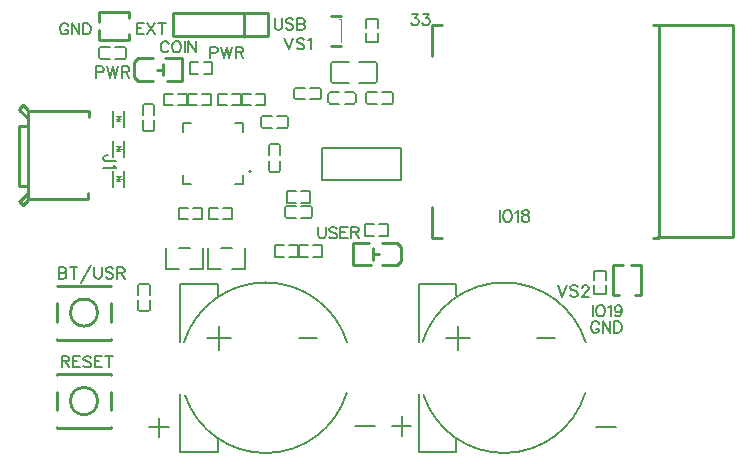
<source format=gto>
G04 Layer: TopSilkscreenLayer*
G04 EasyEDA v6.5.22, 2023-04-13 23:23:34*
G04 8da0a1a92f474effb9e69289645bcd93,716f0268f4a04d1f8e2d1e8369cd39e0,10*
G04 Gerber Generator version 0.2*
G04 Scale: 100 percent, Rotated: No, Reflected: No *
G04 Dimensions in inches *
G04 leading zeros omitted , absolute positions ,3 integer and 6 decimal *
%FSLAX36Y36*%
%MOIN*%

%ADD10C,0.0060*%
%ADD11C,0.0100*%
%ADD12C,0.0051*%
%ADD13C,0.0039*%
%ADD14C,0.0059*%
%ADD15C,0.0154*%

%LPD*%
D10*
X1132299Y1446300D02*
G01*
X1130500Y1449899D01*
X1126800Y1453499D01*
X1123199Y1455399D01*
X1115900Y1455399D01*
X1112299Y1453499D01*
X1108599Y1449899D01*
X1106800Y1446300D01*
X1105000Y1440799D01*
X1105000Y1431700D01*
X1106800Y1426300D01*
X1108599Y1422600D01*
X1112299Y1419000D01*
X1115900Y1417199D01*
X1123199Y1417199D01*
X1126800Y1419000D01*
X1130500Y1422600D01*
X1132299Y1426300D01*
X1132299Y1431700D01*
X1123199Y1431700D02*
G01*
X1132299Y1431700D01*
X1144300Y1455399D02*
G01*
X1144300Y1417199D01*
X1144300Y1455399D02*
G01*
X1169700Y1417199D01*
X1169700Y1455399D02*
G01*
X1169700Y1417199D01*
X1181700Y1455399D02*
G01*
X1181700Y1417199D01*
X1181700Y1455399D02*
G01*
X1194499Y1455399D01*
X1199899Y1453499D01*
X1203500Y1449899D01*
X1205399Y1446300D01*
X1207200Y1440799D01*
X1207200Y1431700D01*
X1205399Y1426300D01*
X1203500Y1422600D01*
X1199899Y1419000D01*
X1194499Y1417199D01*
X1181700Y1417199D01*
X1360000Y1455399D02*
G01*
X1360000Y1417199D01*
X1360000Y1455399D02*
G01*
X1383599Y1455399D01*
X1360000Y1437199D02*
G01*
X1374499Y1437199D01*
X1360000Y1417199D02*
G01*
X1383599Y1417199D01*
X1395600Y1455399D02*
G01*
X1421099Y1417199D01*
X1421099Y1455399D02*
G01*
X1395600Y1417199D01*
X1445799Y1455399D02*
G01*
X1445799Y1417199D01*
X1433100Y1455399D02*
G01*
X1458500Y1455399D01*
X1820000Y1470399D02*
G01*
X1820000Y1443099D01*
X1821800Y1437600D01*
X1825500Y1434000D01*
X1830900Y1432199D01*
X1834499Y1432199D01*
X1840000Y1434000D01*
X1843599Y1437600D01*
X1845500Y1443099D01*
X1845500Y1470399D01*
X1882899Y1464899D02*
G01*
X1879300Y1468499D01*
X1873800Y1470399D01*
X1866499Y1470399D01*
X1861099Y1468499D01*
X1857500Y1464899D01*
X1857500Y1461300D01*
X1859300Y1457600D01*
X1861099Y1455799D01*
X1864700Y1454000D01*
X1875600Y1450399D01*
X1879300Y1448499D01*
X1881099Y1446700D01*
X1882899Y1443099D01*
X1882899Y1437600D01*
X1879300Y1434000D01*
X1873800Y1432199D01*
X1866499Y1432199D01*
X1861099Y1434000D01*
X1857500Y1437600D01*
X1894899Y1470399D02*
G01*
X1894899Y1432199D01*
X1894899Y1470399D02*
G01*
X1911300Y1470399D01*
X1916700Y1468499D01*
X1918500Y1466700D01*
X1920399Y1463099D01*
X1920399Y1459499D01*
X1918500Y1455799D01*
X1916700Y1454000D01*
X1911300Y1452199D01*
X1894899Y1452199D02*
G01*
X1911300Y1452199D01*
X1916700Y1450399D01*
X1918500Y1448499D01*
X1920399Y1444899D01*
X1920399Y1439499D01*
X1918500Y1435799D01*
X1916700Y1434000D01*
X1911300Y1432199D01*
X1894899Y1432199D01*
X1853000Y1405399D02*
G01*
X1867500Y1367199D01*
X1882100Y1405399D02*
G01*
X1867500Y1367199D01*
X1919499Y1399899D02*
G01*
X1915900Y1403499D01*
X1910399Y1405399D01*
X1903100Y1405399D01*
X1897700Y1403499D01*
X1894099Y1399899D01*
X1894099Y1396300D01*
X1895900Y1392600D01*
X1897700Y1390799D01*
X1901300Y1389000D01*
X1912200Y1385399D01*
X1915900Y1383499D01*
X1917700Y1381700D01*
X1919499Y1378099D01*
X1919499Y1372600D01*
X1915900Y1369000D01*
X1910399Y1367199D01*
X1903100Y1367199D01*
X1897700Y1369000D01*
X1894099Y1372600D01*
X1931499Y1398099D02*
G01*
X1935100Y1399899D01*
X1940600Y1405399D01*
X1940600Y1367199D01*
X2278599Y1485399D02*
G01*
X2298599Y1485399D01*
X2287700Y1470799D01*
X2293199Y1470799D01*
X2296800Y1469000D01*
X2298599Y1467199D01*
X2300500Y1461700D01*
X2300500Y1458099D01*
X2298599Y1452600D01*
X2295000Y1449000D01*
X2289499Y1447199D01*
X2284099Y1447199D01*
X2278599Y1449000D01*
X2276800Y1450799D01*
X2275000Y1454499D01*
X2316099Y1485399D02*
G01*
X2336099Y1485399D01*
X2325200Y1470799D01*
X2330600Y1470799D01*
X2334300Y1469000D01*
X2336099Y1467199D01*
X2337899Y1461700D01*
X2337899Y1458099D01*
X2336099Y1452600D01*
X2332500Y1449000D01*
X2326999Y1447199D01*
X2321499Y1447199D01*
X2316099Y1449000D01*
X2314300Y1450799D01*
X2312500Y1454499D01*
X1467299Y1386300D02*
G01*
X1465500Y1389899D01*
X1461800Y1393499D01*
X1458199Y1395399D01*
X1450900Y1395399D01*
X1447299Y1393499D01*
X1443599Y1389899D01*
X1441800Y1386300D01*
X1440000Y1380799D01*
X1440000Y1371700D01*
X1441800Y1366300D01*
X1443599Y1362600D01*
X1447299Y1359000D01*
X1450900Y1357199D01*
X1458199Y1357199D01*
X1461800Y1359000D01*
X1465500Y1362600D01*
X1467299Y1366300D01*
X1490200Y1395399D02*
G01*
X1486499Y1393499D01*
X1482899Y1389899D01*
X1481099Y1386300D01*
X1479300Y1380799D01*
X1479300Y1371700D01*
X1481099Y1366300D01*
X1482899Y1362600D01*
X1486499Y1359000D01*
X1490200Y1357199D01*
X1497500Y1357199D01*
X1501099Y1359000D01*
X1504700Y1362600D01*
X1506499Y1366300D01*
X1508400Y1371700D01*
X1508400Y1380799D01*
X1506499Y1386300D01*
X1504700Y1389899D01*
X1501099Y1393499D01*
X1497500Y1395399D01*
X1490200Y1395399D01*
X1520399Y1395399D02*
G01*
X1520399Y1357199D01*
X1532399Y1395399D02*
G01*
X1532399Y1357199D01*
X1532399Y1395399D02*
G01*
X1557799Y1357199D01*
X1557799Y1395399D02*
G01*
X1557799Y1357199D01*
X1605000Y1375399D02*
G01*
X1605000Y1337199D01*
X1605000Y1375399D02*
G01*
X1621400Y1375399D01*
X1626800Y1373499D01*
X1628599Y1371700D01*
X1630500Y1368099D01*
X1630500Y1362600D01*
X1628599Y1359000D01*
X1626800Y1357199D01*
X1621400Y1355399D01*
X1605000Y1355399D01*
X1642500Y1375399D02*
G01*
X1651499Y1337199D01*
X1660600Y1375399D02*
G01*
X1651499Y1337199D01*
X1660600Y1375399D02*
G01*
X1669700Y1337199D01*
X1678800Y1375399D02*
G01*
X1669700Y1337199D01*
X1690799Y1375399D02*
G01*
X1690799Y1337199D01*
X1690799Y1375399D02*
G01*
X1707200Y1375399D01*
X1712600Y1373499D01*
X1714499Y1371700D01*
X1716300Y1368099D01*
X1716300Y1364499D01*
X1714499Y1360799D01*
X1712600Y1359000D01*
X1707200Y1357199D01*
X1690799Y1357199D01*
X1703500Y1357199D02*
G01*
X1716300Y1337199D01*
X1225000Y1310399D02*
G01*
X1225000Y1272199D01*
X1225000Y1310399D02*
G01*
X1241400Y1310399D01*
X1246800Y1308499D01*
X1248599Y1306700D01*
X1250500Y1303099D01*
X1250500Y1297600D01*
X1248599Y1294000D01*
X1246800Y1292199D01*
X1241400Y1290399D01*
X1225000Y1290399D01*
X1262500Y1310399D02*
G01*
X1271499Y1272199D01*
X1280600Y1310399D02*
G01*
X1271499Y1272199D01*
X1280600Y1310399D02*
G01*
X1289700Y1272199D01*
X1298800Y1310399D02*
G01*
X1289700Y1272199D01*
X1310799Y1310399D02*
G01*
X1310799Y1272199D01*
X1310799Y1310399D02*
G01*
X1327200Y1310399D01*
X1332600Y1308499D01*
X1334499Y1306700D01*
X1336300Y1303099D01*
X1336300Y1299499D01*
X1334499Y1295799D01*
X1332600Y1294000D01*
X1327200Y1292199D01*
X1310799Y1292199D01*
X1323500Y1292199D02*
G01*
X1336300Y1272199D01*
X1965000Y775399D02*
G01*
X1965000Y748099D01*
X1966800Y742600D01*
X1970500Y739000D01*
X1975900Y737199D01*
X1979499Y737199D01*
X1985000Y739000D01*
X1988599Y742600D01*
X1990500Y748099D01*
X1990500Y775399D01*
X2027899Y769899D02*
G01*
X2024300Y773499D01*
X2018800Y775399D01*
X2011499Y775399D01*
X2006099Y773499D01*
X2002500Y769899D01*
X2002500Y766300D01*
X2004300Y762600D01*
X2006099Y760799D01*
X2009700Y759000D01*
X2020600Y755399D01*
X2024300Y753499D01*
X2026099Y751700D01*
X2027899Y748099D01*
X2027899Y742600D01*
X2024300Y739000D01*
X2018800Y737199D01*
X2011499Y737199D01*
X2006099Y739000D01*
X2002500Y742600D01*
X2039899Y775399D02*
G01*
X2039899Y737199D01*
X2039899Y775399D02*
G01*
X2063500Y775399D01*
X2039899Y757199D02*
G01*
X2054499Y757199D01*
X2039899Y737199D02*
G01*
X2063500Y737199D01*
X2075500Y775399D02*
G01*
X2075500Y737199D01*
X2075500Y775399D02*
G01*
X2091899Y775399D01*
X2097399Y773499D01*
X2099200Y771700D01*
X2101000Y768099D01*
X2101000Y764499D01*
X2099200Y760799D01*
X2097399Y759000D01*
X2091899Y757199D01*
X2075500Y757199D01*
X2088299Y757199D02*
G01*
X2101000Y737199D01*
X1100000Y640399D02*
G01*
X1100000Y602199D01*
X1100000Y640399D02*
G01*
X1116400Y640399D01*
X1121800Y638499D01*
X1123599Y636700D01*
X1125500Y633099D01*
X1125500Y629499D01*
X1123599Y625799D01*
X1121800Y624000D01*
X1116400Y622199D01*
X1100000Y622199D02*
G01*
X1116400Y622199D01*
X1121800Y620399D01*
X1123599Y618499D01*
X1125500Y614899D01*
X1125500Y609499D01*
X1123599Y605799D01*
X1121800Y604000D01*
X1116400Y602199D01*
X1100000Y602199D01*
X1150200Y640399D02*
G01*
X1150200Y602199D01*
X1137500Y640399D02*
G01*
X1162899Y640399D01*
X1207600Y647600D02*
G01*
X1174899Y589499D01*
X1219600Y640399D02*
G01*
X1219600Y613099D01*
X1221499Y607600D01*
X1225100Y604000D01*
X1230500Y602199D01*
X1234200Y602199D01*
X1239600Y604000D01*
X1243299Y607600D01*
X1245100Y613099D01*
X1245100Y640399D01*
X1282500Y634899D02*
G01*
X1278900Y638499D01*
X1273500Y640399D01*
X1266199Y640399D01*
X1260699Y638499D01*
X1257100Y634899D01*
X1257100Y631300D01*
X1258900Y627600D01*
X1260699Y625799D01*
X1264399Y624000D01*
X1275299Y620399D01*
X1278900Y618499D01*
X1280699Y616700D01*
X1282500Y613099D01*
X1282500Y607600D01*
X1278900Y604000D01*
X1273500Y602199D01*
X1266199Y602199D01*
X1260699Y604000D01*
X1257100Y607600D01*
X1294499Y640399D02*
G01*
X1294499Y602199D01*
X1294499Y640399D02*
G01*
X1310900Y640399D01*
X1316400Y638499D01*
X1318199Y636700D01*
X1320000Y633099D01*
X1320000Y629499D01*
X1318199Y625799D01*
X1316400Y624000D01*
X1310900Y622199D01*
X1294499Y622199D01*
X1307299Y622199D02*
G01*
X1320000Y602199D01*
X2570000Y830399D02*
G01*
X2570000Y792199D01*
X2592899Y830399D02*
G01*
X2589300Y828499D01*
X2585600Y824899D01*
X2583800Y821300D01*
X2581999Y815799D01*
X2581999Y806700D01*
X2583800Y801300D01*
X2585600Y797600D01*
X2589300Y794000D01*
X2592899Y792199D01*
X2600200Y792199D01*
X2603800Y794000D01*
X2607500Y797600D01*
X2609300Y801300D01*
X2611099Y806700D01*
X2611099Y815799D01*
X2609300Y821300D01*
X2607500Y824899D01*
X2603800Y828499D01*
X2600200Y830399D01*
X2592899Y830399D01*
X2623100Y823099D02*
G01*
X2626700Y824899D01*
X2632200Y830399D01*
X2632200Y792199D01*
X2653299Y830399D02*
G01*
X2647799Y828499D01*
X2646000Y824899D01*
X2646000Y821300D01*
X2647799Y817600D01*
X2651499Y815799D01*
X2658699Y814000D01*
X2664200Y812199D01*
X2667799Y808499D01*
X2669600Y804899D01*
X2669600Y799499D01*
X2667799Y795799D01*
X2666000Y794000D01*
X2660500Y792199D01*
X2653299Y792199D01*
X2647799Y794000D01*
X2646000Y795799D01*
X2644200Y799499D01*
X2644200Y804899D01*
X2646000Y808499D01*
X2649600Y812199D01*
X2655100Y814000D01*
X2662399Y815799D01*
X2666000Y817600D01*
X2667799Y821300D01*
X2667799Y824899D01*
X2666000Y828499D01*
X2660500Y830399D01*
X2653299Y830399D01*
X1110000Y345399D02*
G01*
X1110000Y307199D01*
X1110000Y345399D02*
G01*
X1126400Y345399D01*
X1131800Y343499D01*
X1133599Y341700D01*
X1135500Y338099D01*
X1135500Y334499D01*
X1133599Y330799D01*
X1131800Y329000D01*
X1126400Y327199D01*
X1110000Y327199D01*
X1122700Y327199D02*
G01*
X1135500Y307199D01*
X1147500Y345399D02*
G01*
X1147500Y307199D01*
X1147500Y345399D02*
G01*
X1171099Y345399D01*
X1147500Y327199D02*
G01*
X1161999Y327199D01*
X1147500Y307199D02*
G01*
X1171099Y307199D01*
X1208500Y339899D02*
G01*
X1204899Y343499D01*
X1199499Y345399D01*
X1192200Y345399D01*
X1186700Y343499D01*
X1183100Y339899D01*
X1183100Y336300D01*
X1184899Y332600D01*
X1186700Y330799D01*
X1190399Y329000D01*
X1201300Y325399D01*
X1204899Y323499D01*
X1206700Y321700D01*
X1208500Y318099D01*
X1208500Y312600D01*
X1204899Y309000D01*
X1199499Y307199D01*
X1192200Y307199D01*
X1186700Y309000D01*
X1183100Y312600D01*
X1220500Y345399D02*
G01*
X1220500Y307199D01*
X1220500Y345399D02*
G01*
X1244200Y345399D01*
X1220500Y327199D02*
G01*
X1235100Y327199D01*
X1220500Y307199D02*
G01*
X1244200Y307199D01*
X1268900Y345399D02*
G01*
X1268900Y307199D01*
X1256199Y345399D02*
G01*
X1281599Y345399D01*
X1435659Y139800D02*
G01*
X1435659Y74400D01*
X1402960Y107100D02*
G01*
X1468459Y107100D01*
X2087960Y112100D02*
G01*
X2153459Y112100D01*
X2243620Y144800D02*
G01*
X2243620Y79400D01*
X2210919Y112100D02*
G01*
X2276419Y112100D01*
X2892960Y107100D02*
G01*
X2958459Y107100D01*
X2765000Y580399D02*
G01*
X2779499Y542199D01*
X2794099Y580399D02*
G01*
X2779499Y542199D01*
X2831499Y574899D02*
G01*
X2827899Y578499D01*
X2822500Y580399D01*
X2815200Y580399D01*
X2809700Y578499D01*
X2806099Y574899D01*
X2806099Y571300D01*
X2807899Y567600D01*
X2809700Y565799D01*
X2813400Y564000D01*
X2824300Y560399D01*
X2827899Y558499D01*
X2829700Y556700D01*
X2831499Y553099D01*
X2831499Y547600D01*
X2827899Y544000D01*
X2822500Y542199D01*
X2815200Y542199D01*
X2809700Y544000D01*
X2806099Y547600D01*
X2845399Y571300D02*
G01*
X2845399Y573099D01*
X2847200Y576700D01*
X2848999Y578499D01*
X2852600Y580399D01*
X2859899Y580399D01*
X2863500Y578499D01*
X2865399Y576700D01*
X2867200Y573099D01*
X2867200Y569499D01*
X2865399Y565799D01*
X2861700Y560399D01*
X2843500Y542199D01*
X2868999Y542199D01*
X2880000Y515399D02*
G01*
X2880000Y477199D01*
X2902899Y515399D02*
G01*
X2899300Y513499D01*
X2895600Y509899D01*
X2893800Y506300D01*
X2891999Y500799D01*
X2891999Y491700D01*
X2893800Y486300D01*
X2895600Y482600D01*
X2899300Y479000D01*
X2902899Y477199D01*
X2910200Y477199D01*
X2913800Y479000D01*
X2917500Y482600D01*
X2919300Y486300D01*
X2921099Y491700D01*
X2921099Y500799D01*
X2919300Y506300D01*
X2917500Y509899D01*
X2913800Y513499D01*
X2910200Y515399D01*
X2902899Y515399D01*
X2933100Y508099D02*
G01*
X2936700Y509899D01*
X2942200Y515399D01*
X2942200Y477199D01*
X2977799Y502600D02*
G01*
X2976000Y497199D01*
X2972399Y493499D01*
X2966899Y491700D01*
X2965100Y491700D01*
X2959600Y493499D01*
X2956000Y497199D01*
X2954200Y502600D01*
X2954200Y504499D01*
X2956000Y509899D01*
X2959600Y513499D01*
X2965100Y515399D01*
X2966899Y515399D01*
X2972399Y513499D01*
X2976000Y509899D01*
X2977799Y502600D01*
X2977799Y493499D01*
X2976000Y484499D01*
X2972399Y479000D01*
X2966899Y477199D01*
X2963299Y477199D01*
X2957799Y479000D01*
X2956000Y482600D01*
X2902299Y451300D02*
G01*
X2900500Y454899D01*
X2896800Y458499D01*
X2893199Y460399D01*
X2885900Y460399D01*
X2882299Y458499D01*
X2878599Y454899D01*
X2876800Y451300D01*
X2875000Y445799D01*
X2875000Y436700D01*
X2876800Y431300D01*
X2878599Y427600D01*
X2882299Y424000D01*
X2885900Y422199D01*
X2893199Y422199D01*
X2896800Y424000D01*
X2900500Y427600D01*
X2902299Y431300D01*
X2902299Y436700D01*
X2893199Y436700D02*
G01*
X2902299Y436700D01*
X2914300Y460399D02*
G01*
X2914300Y422199D01*
X2914300Y460399D02*
G01*
X2939700Y422199D01*
X2939700Y460399D02*
G01*
X2939700Y422199D01*
X2951700Y460399D02*
G01*
X2951700Y422199D01*
X2951700Y460399D02*
G01*
X2964499Y460399D01*
X2969899Y458499D01*
X2973500Y454899D01*
X2975399Y451300D01*
X2977200Y445799D01*
X2977200Y436700D01*
X2975399Y431300D01*
X2973500Y427600D01*
X2969899Y424000D01*
X2964499Y422199D01*
X2951700Y422199D01*
X1292645Y994499D02*
G01*
X1259944Y994499D01*
X1253744Y996599D01*
X1251745Y998600D01*
X1249745Y1002699D01*
X1249745Y1006799D01*
X1251745Y1010900D01*
X1253744Y1013000D01*
X1259944Y1015000D01*
X1264044Y1015000D01*
X1284444Y980999D02*
G01*
X1286544Y976999D01*
X1292645Y970799D01*
X1249745Y970799D01*
G36*
X1289000Y944000D02*
G01*
X1300000Y935000D01*
X1311000Y944000D01*
G37*
G36*
X1300000Y935000D02*
G01*
X1289000Y926000D01*
X1311000Y926000D01*
G37*
G36*
X1289000Y1044000D02*
G01*
X1300000Y1035000D01*
X1311000Y1044000D01*
G37*
G36*
X1300000Y1035000D02*
G01*
X1289000Y1026000D01*
X1311000Y1026000D01*
G37*
G36*
X1300000Y1135000D02*
G01*
X1289000Y1126000D01*
X1311000Y1126000D01*
G37*
G36*
X1289000Y1144000D02*
G01*
X1300000Y1135000D01*
X1311000Y1144000D01*
G37*
G36*
X2040000Y1470000D02*
G01*
X2040000Y1390000D01*
X2045000Y1390000D01*
X2045000Y1470000D01*
G37*
G36*
X2035000Y1470000D02*
G01*
X2035000Y1465000D01*
X2040000Y1465000D01*
X2040000Y1470000D01*
G37*
D11*
X3009165Y650000D02*
G01*
X3041260Y650000D01*
X2948739Y650000D02*
G01*
X2980834Y650000D01*
X3022048Y550000D02*
G01*
X3041260Y550000D01*
X2948739Y550000D02*
G01*
X2967951Y550000D01*
X3041260Y650000D02*
G01*
X3041260Y550000D01*
X2948739Y650000D02*
G01*
X2948739Y550000D01*
D10*
X2924629Y581093D02*
G01*
X2924629Y552824D01*
X2885370Y552824D01*
X2885370Y581093D01*
X2924629Y598906D02*
G01*
X2924629Y627175D01*
X2885370Y627175D01*
X2885370Y598906D01*
D11*
X1199843Y887046D02*
G01*
X1199843Y867361D01*
X998267Y867361D01*
X998267Y1162638D01*
X1200039Y1162638D01*
X1200039Y1142953D01*
X998267Y1162638D02*
G01*
X998267Y1165592D01*
X982520Y1181338D01*
X969724Y1168542D01*
X969724Y1166828D01*
X998267Y1138285D01*
X998267Y1111141D02*
G01*
X969724Y1111141D01*
X969724Y912638D01*
X998267Y912638D01*
X998267Y867361D02*
G01*
X998267Y864407D01*
X982520Y848661D01*
X969724Y861457D01*
X972677Y861457D01*
X998267Y887046D01*
D10*
X1404629Y499987D02*
G01*
X1404629Y531093D01*
X1365370Y531093D02*
G01*
X1365370Y499987D01*
X1371369Y493987D02*
G01*
X1398630Y493987D01*
X1404629Y580012D02*
G01*
X1404629Y548906D01*
X1365370Y548906D02*
G01*
X1365370Y580012D01*
X1371369Y586012D02*
G01*
X1398630Y586012D01*
X1940011Y844630D02*
G01*
X1908905Y844630D01*
X1908905Y805369D02*
G01*
X1940011Y805369D01*
X1946012Y811370D02*
G01*
X1946012Y838629D01*
X1859988Y844630D02*
G01*
X1891094Y844630D01*
X1891094Y805369D02*
G01*
X1859988Y805369D01*
X1853987Y811370D02*
G01*
X1853987Y838629D01*
X1800370Y1045012D02*
G01*
X1800370Y1013906D01*
X1839629Y1013906D02*
G01*
X1839629Y1045012D01*
X1833630Y1051012D02*
G01*
X1806369Y1051012D01*
X1800370Y964987D02*
G01*
X1800370Y996093D01*
X1839629Y996093D02*
G01*
X1839629Y964987D01*
X1833630Y958987D02*
G01*
X1806369Y958987D01*
X1779988Y1105369D02*
G01*
X1811094Y1105369D01*
X1811094Y1144630D02*
G01*
X1779988Y1144630D01*
X1773987Y1138629D02*
G01*
X1773987Y1111370D01*
X1860011Y1105369D02*
G01*
X1828905Y1105369D01*
X1828905Y1144630D02*
G01*
X1860011Y1144630D01*
X1866012Y1138629D02*
G01*
X1866012Y1111370D01*
X2210011Y1224630D02*
G01*
X2178905Y1224630D01*
X2178905Y1185369D02*
G01*
X2210011Y1185369D01*
X2216012Y1191370D02*
G01*
X2216012Y1218629D01*
X2129988Y1224630D02*
G01*
X2161094Y1224630D01*
X2161094Y1185369D02*
G01*
X2129988Y1185369D01*
X2123987Y1191370D02*
G01*
X2123987Y1218629D01*
X1970011Y1239630D02*
G01*
X1938905Y1239630D01*
X1938905Y1200369D02*
G01*
X1970011Y1200369D01*
X1976012Y1206370D02*
G01*
X1976012Y1233629D01*
X1889988Y1239630D02*
G01*
X1921094Y1239630D01*
X1921094Y1200369D02*
G01*
X1889988Y1200369D01*
X1883987Y1206370D02*
G01*
X1883987Y1233629D01*
X2004988Y1185369D02*
G01*
X2036094Y1185369D01*
X2036094Y1224630D02*
G01*
X2004988Y1224630D01*
X1998987Y1218629D02*
G01*
X1998987Y1191370D01*
X2085011Y1185369D02*
G01*
X2053905Y1185369D01*
X2053905Y1224630D02*
G01*
X2085011Y1224630D01*
X2091012Y1218629D02*
G01*
X2091012Y1191370D01*
X1320011Y1374630D02*
G01*
X1288905Y1374630D01*
X1288905Y1335369D02*
G01*
X1320011Y1335369D01*
X1326012Y1341370D02*
G01*
X1326012Y1368629D01*
X1239988Y1374630D02*
G01*
X1271094Y1374630D01*
X1271094Y1335369D02*
G01*
X1239988Y1335369D01*
X1233987Y1341370D02*
G01*
X1233987Y1368629D01*
X2156306Y1325574D02*
G01*
X2100794Y1325574D01*
X2100794Y1254425D02*
G01*
X2156306Y1254425D01*
X2162307Y1260425D02*
G01*
X2162307Y1319574D01*
X2013693Y1325574D02*
G01*
X2069205Y1325574D01*
X2069205Y1254425D02*
G01*
X2013693Y1254425D01*
X2007692Y1260425D02*
G01*
X2007692Y1319574D01*
D12*
X1280315Y909409D02*
G01*
X1280315Y960590D01*
X1319684Y909409D02*
G01*
X1319684Y960590D01*
D13*
X1291000Y935000D02*
G01*
X1310000Y935000D01*
D12*
X1280315Y1009409D02*
G01*
X1280315Y1060590D01*
X1319684Y1009409D02*
G01*
X1319684Y1060590D01*
D13*
X1291000Y1035000D02*
G01*
X1310000Y1035000D01*
D12*
X1319684Y1160590D02*
G01*
X1319684Y1109409D01*
X1280315Y1160590D02*
G01*
X1280315Y1109409D01*
D13*
X1308999Y1135000D02*
G01*
X1290000Y1135000D01*
D11*
X1235000Y1459164D02*
G01*
X1235000Y1491260D01*
X1235000Y1398739D02*
G01*
X1235000Y1430835D01*
X1335000Y1472047D02*
G01*
X1335000Y1491260D01*
X1335000Y1398739D02*
G01*
X1335000Y1417952D01*
X1235000Y1491260D02*
G01*
X1335000Y1491260D01*
X1235000Y1398739D02*
G01*
X1335000Y1398739D01*
X1454682Y1337402D02*
G01*
X1512952Y1337795D01*
X1460196Y1262991D02*
G01*
X1512952Y1262991D01*
X1512952Y1337795D02*
G01*
X1512952Y1262991D01*
X1366098Y1262597D02*
G01*
X1366098Y1262600D01*
X1352321Y1276377D01*
X1366098Y1337402D02*
G01*
X1366098Y1337399D01*
X1352321Y1323622D01*
X1415312Y1337402D02*
G01*
X1366098Y1337402D01*
X1415312Y1262597D02*
G01*
X1366098Y1262597D01*
X1352321Y1323622D02*
G01*
X1352321Y1276377D01*
X1446810Y1319684D02*
G01*
X1446810Y1280315D01*
X1446810Y1299801D02*
G01*
X1427125Y1299801D01*
X2140317Y647597D02*
G01*
X2082047Y647204D01*
X2134803Y722008D02*
G01*
X2082047Y722008D01*
X2082047Y647204D02*
G01*
X2082047Y722008D01*
X2228901Y722402D02*
G01*
X2228901Y722399D01*
X2242678Y708622D01*
X2228901Y647597D02*
G01*
X2228901Y647600D01*
X2242678Y661377D01*
X2179687Y647597D02*
G01*
X2228901Y647597D01*
X2179687Y722402D02*
G01*
X2228901Y722402D01*
X2242678Y661377D02*
G01*
X2242678Y708622D01*
X2148189Y665315D02*
G01*
X2148189Y704684D01*
X2148189Y685198D02*
G01*
X2167874Y685198D01*
D10*
X1459520Y704490D02*
G01*
X1459520Y635498D01*
X1500528Y635498D01*
X1580479Y704490D02*
G01*
X1580479Y635498D01*
X1539471Y635498D01*
X1502070Y704490D02*
G01*
X1537929Y704490D01*
X1599520Y704490D02*
G01*
X1599520Y635498D01*
X1640528Y635498D01*
X1720479Y704490D02*
G01*
X1720479Y635498D01*
X1679471Y635498D01*
X1642070Y704490D02*
G01*
X1677929Y704490D01*
X2125370Y1438906D02*
G01*
X2125370Y1467175D01*
X2164629Y1467175D01*
X2164629Y1438906D01*
X2125370Y1421093D02*
G01*
X2125370Y1392824D01*
X2164629Y1392824D01*
X2164629Y1421093D01*
X1908905Y894630D02*
G01*
X1937174Y894630D01*
X1937174Y855369D01*
X1908905Y855369D01*
X1891094Y894630D02*
G01*
X1862825Y894630D01*
X1862825Y855369D01*
X1891094Y855369D01*
X1566094Y1285369D02*
G01*
X1537825Y1285369D01*
X1537825Y1324630D01*
X1566094Y1324630D01*
X1583905Y1285369D02*
G01*
X1612174Y1285369D01*
X1612174Y1324630D01*
X1583905Y1324630D01*
X2151094Y745369D02*
G01*
X2122825Y745369D01*
X2122825Y784630D01*
X2151094Y784630D01*
X2168905Y745369D02*
G01*
X2197174Y745369D01*
X2197174Y784630D01*
X2168905Y784630D01*
X1578905Y1219630D02*
G01*
X1607174Y1219630D01*
X1607174Y1180369D01*
X1578905Y1180369D01*
X1561094Y1219630D02*
G01*
X1532825Y1219630D01*
X1532825Y1180369D01*
X1561094Y1180369D01*
X1678905Y1219630D02*
G01*
X1707174Y1219630D01*
X1707174Y1180369D01*
X1678905Y1180369D01*
X1661094Y1219630D02*
G01*
X1632825Y1219630D01*
X1632825Y1180369D01*
X1661094Y1180369D01*
X1498905Y1219630D02*
G01*
X1527174Y1219630D01*
X1527174Y1180369D01*
X1498905Y1180369D01*
X1481094Y1219630D02*
G01*
X1452825Y1219630D01*
X1452825Y1180369D01*
X1481094Y1180369D01*
X1758905Y1219630D02*
G01*
X1787174Y1219630D01*
X1787174Y1180369D01*
X1758905Y1180369D01*
X1741094Y1219630D02*
G01*
X1712825Y1219630D01*
X1712825Y1180369D01*
X1741094Y1180369D01*
X1868905Y714630D02*
G01*
X1897174Y714630D01*
X1897174Y675369D01*
X1868905Y675369D01*
X1851094Y714630D02*
G01*
X1822825Y714630D01*
X1822825Y675369D01*
X1851094Y675369D01*
X1948905Y714630D02*
G01*
X1977174Y714630D01*
X1977174Y675369D01*
X1948905Y675369D01*
X1931094Y714630D02*
G01*
X1902825Y714630D01*
X1902825Y675369D01*
X1931094Y675369D01*
X1648905Y839630D02*
G01*
X1677174Y839630D01*
X1677174Y800369D01*
X1648905Y800369D01*
X1631094Y839630D02*
G01*
X1602825Y839630D01*
X1602825Y800369D01*
X1631094Y800369D01*
X1548905Y839630D02*
G01*
X1577174Y839630D01*
X1577174Y800369D01*
X1548905Y800369D01*
X1531094Y839630D02*
G01*
X1502825Y839630D01*
X1502825Y800369D01*
X1531094Y800369D01*
D11*
X1095001Y107159D02*
G01*
X1095001Y105000D01*
X1275001Y105000D01*
X1095001Y225270D02*
G01*
X1095001Y164729D01*
X1275001Y282840D02*
G01*
X1275001Y285000D01*
X1095001Y285000D01*
X1095001Y282840D01*
X1275001Y164729D02*
G01*
X1275001Y225270D01*
X1275001Y105000D02*
G01*
X1275001Y107159D01*
X2042277Y1480000D02*
G01*
X2007722Y1480000D01*
X2042277Y1380000D02*
G01*
X2007722Y1380000D01*
D10*
X1542933Y918575D02*
G01*
X1513575Y918575D01*
X1513575Y947932D01*
X1542933Y1121424D02*
G01*
X1513575Y1121424D01*
X1513575Y1092067D01*
X1687066Y918575D02*
G01*
X1716424Y918575D01*
X1716424Y947932D01*
X1687066Y1121424D02*
G01*
X1716424Y1121424D01*
X1716424Y1092067D01*
X2240952Y931008D02*
G01*
X1979047Y931008D01*
X1979047Y1038991D01*
X2240952Y1038991D01*
X2240952Y931008D01*
D11*
X3348681Y740666D02*
G01*
X3094119Y740666D01*
X3348681Y1449328D02*
G01*
X3094745Y1449328D01*
X3348681Y740666D02*
G01*
X3348681Y1449328D01*
X3101282Y740666D02*
G01*
X3101282Y1449328D01*
X3081247Y739996D02*
G01*
X3101282Y739996D01*
X2344745Y843180D02*
G01*
X2344745Y739996D01*
X2377611Y739996D01*
X2377611Y1449328D02*
G01*
X2344745Y1449328D01*
X2344745Y1346813D01*
X3101282Y1449328D02*
G01*
X3081247Y1449328D01*
D14*
X1901000Y405000D02*
G01*
X1961000Y405000D01*
X1629998Y547937D02*
G01*
X1629998Y585000D01*
X1629998Y585000D02*
G01*
X1505745Y585000D01*
X1505745Y585000D02*
G01*
X1505745Y392838D01*
X1505745Y217161D02*
G01*
X1505745Y25000D01*
X1505745Y25000D02*
G01*
X1629998Y25000D01*
X1629998Y25000D02*
G01*
X1629998Y72256D01*
X1636000Y365000D02*
G01*
X1636000Y445000D01*
X1596000Y405000D02*
G01*
X1676000Y405000D01*
X2696000Y405000D02*
G01*
X2756000Y405000D01*
X2424998Y547937D02*
G01*
X2424998Y585000D01*
X2424998Y585000D02*
G01*
X2300745Y585000D01*
X2300745Y585000D02*
G01*
X2300745Y392838D01*
X2300745Y217161D02*
G01*
X2300745Y25000D01*
X2300745Y25000D02*
G01*
X2424998Y25000D01*
X2424998Y25000D02*
G01*
X2424998Y72256D01*
X2431000Y365000D02*
G01*
X2431000Y445000D01*
X2391000Y405000D02*
G01*
X2471000Y405000D01*
D11*
X1717520Y1410000D02*
G01*
X1717520Y1485000D01*
X1797479Y1410630D02*
G01*
X1482520Y1410630D01*
X1482520Y1489369D01*
X1797479Y1489369D01*
X1797479Y1410630D01*
X1094996Y402204D02*
G01*
X1094996Y400045D01*
X1274996Y400045D01*
X1094996Y520315D02*
G01*
X1094996Y459774D01*
X1274996Y577885D02*
G01*
X1274996Y580045D01*
X1094996Y580045D01*
X1094996Y577885D01*
X1274996Y459774D02*
G01*
X1274996Y520315D01*
X1274996Y400045D02*
G01*
X1274996Y402204D01*
D10*
X1419629Y1099987D02*
G01*
X1419629Y1131093D01*
X1380370Y1131093D02*
G01*
X1380370Y1099987D01*
X1386369Y1093987D02*
G01*
X1413630Y1093987D01*
X1419629Y1180012D02*
G01*
X1419629Y1148906D01*
X1380370Y1148906D02*
G01*
X1380370Y1180012D01*
X1386369Y1186012D02*
G01*
X1413630Y1186012D01*
G75*
G01*
X1365370Y499988D02*
G03*
X1371370Y493988I6000J0D01*
G75*
G01*
X1398630Y493988D02*
G03*
X1404630Y499988I0J6000D01*
G75*
G01*
X1365370Y580012D02*
G02*
X1371370Y586012I6000J0D01*
G75*
G01*
X1398630Y586012D02*
G02*
X1404630Y580012I0J-6000D01*
G75*
G01*
X1940012Y805370D02*
G03*
X1946012Y811370I0J6000D01*
G75*
G01*
X1946012Y838630D02*
G03*
X1940012Y844630I-6000J0D01*
G75*
G01*
X1859988Y805370D02*
G02*
X1853988Y811370I0J6000D01*
G75*
G01*
X1853988Y838630D02*
G02*
X1859988Y844630I6000J0D01*
G75*
G01*
X1839630Y1045012D02*
G03*
X1833630Y1051012I-6000J0D01*
G75*
G01*
X1806370Y1051012D02*
G03*
X1800370Y1045012I0J-6000D01*
G75*
G01*
X1839630Y964988D02*
G02*
X1833630Y958988I-6000J0D01*
G75*
G01*
X1806370Y958988D02*
G02*
X1800370Y964988I0J6000D01*
G75*
G01*
X1779988Y1144630D02*
G03*
X1773988Y1138630I0J-6000D01*
G75*
G01*
X1773988Y1111370D02*
G03*
X1779988Y1105370I6000J0D01*
G75*
G01*
X1860012Y1144630D02*
G02*
X1866012Y1138630I0J-6000D01*
G75*
G01*
X1866012Y1111370D02*
G02*
X1860012Y1105370I-6000J0D01*
G75*
G01*
X2210012Y1185370D02*
G03*
X2216012Y1191370I0J6000D01*
G75*
G01*
X2216012Y1218630D02*
G03*
X2210012Y1224630I-6000J0D01*
G75*
G01*
X2129988Y1185370D02*
G02*
X2123988Y1191370I0J6000D01*
G75*
G01*
X2123988Y1218630D02*
G02*
X2129988Y1224630I6000J0D01*
G75*
G01*
X1970012Y1200370D02*
G03*
X1976012Y1206370I0J6000D01*
G75*
G01*
X1976012Y1233630D02*
G03*
X1970012Y1239630I-6000J0D01*
G75*
G01*
X1889988Y1200370D02*
G02*
X1883988Y1206370I0J6000D01*
G75*
G01*
X1883988Y1233630D02*
G02*
X1889988Y1239630I6000J0D01*
G75*
G01*
X2004988Y1224630D02*
G03*
X1998988Y1218630I0J-6000D01*
G75*
G01*
X1998988Y1191370D02*
G03*
X2004988Y1185370I6000J0D01*
G75*
G01*
X2085012Y1224630D02*
G02*
X2091012Y1218630I0J-6000D01*
G75*
G01*
X2091012Y1191370D02*
G02*
X2085012Y1185370I-6000J0D01*
G75*
G01*
X1320012Y1335370D02*
G03*
X1326012Y1341370I0J6000D01*
G75*
G01*
X1326012Y1368630D02*
G03*
X1320012Y1374630I-6000J0D01*
G75*
G01*
X1239988Y1335370D02*
G02*
X1233988Y1341370I0J6000D01*
G75*
G01*
X1233988Y1368630D02*
G02*
X1239988Y1374630I6000J0D01*
G75*
G01*
X2156307Y1254425D02*
G03*
X2162307Y1260425I0J6000D01*
G75*
G01*
X2162307Y1319575D02*
G03*
X2156307Y1325575I-6000J0D01*
G75*
G01*
X2013693Y1254425D02*
G02*
X2007693Y1260425I0J6000D01*
G75*
G01*
X2007693Y1319575D02*
G02*
X2013693Y1325575I6000J0D01*
D14*
G75*
G01*
X1521676Y214549D02*
G03*
X2060531Y221381I268324J90450D01*
G75*
G01*
X2062347Y389805D02*
G03*
X1517912Y390634I-272347J-84804D01*
G75*
G01*
X2316676Y214549D02*
G03*
X2855531Y221381I268324J90450D01*
G75*
G01*
X2857347Y389805D02*
G03*
X2312912Y390634I-272347J-84804D01*
D10*
G75*
G01*
X1380370Y1099988D02*
G03*
X1386370Y1093988I6000J0D01*
G75*
G01*
X1413630Y1093988D02*
G03*
X1419630Y1099988I0J6000D01*
G75*
G01*
X1380370Y1180012D02*
G02*
X1386370Y1186012I6000J0D01*
G75*
G01*
X1413630Y1186012D02*
G02*
X1419630Y1180012I0J-6000D01*
D11*
G75*
G01
X1230290Y195000D02*
G03X1230290Y195000I-45280J0D01*
D14*
G75*
G01
X1741180Y960950D02*
G03X1741180Y960950I-2950J0D01*
D11*
G75*
G01
X1230280Y490050D02*
G03X1230280Y490050I-45280J0D01*
M02*

</source>
